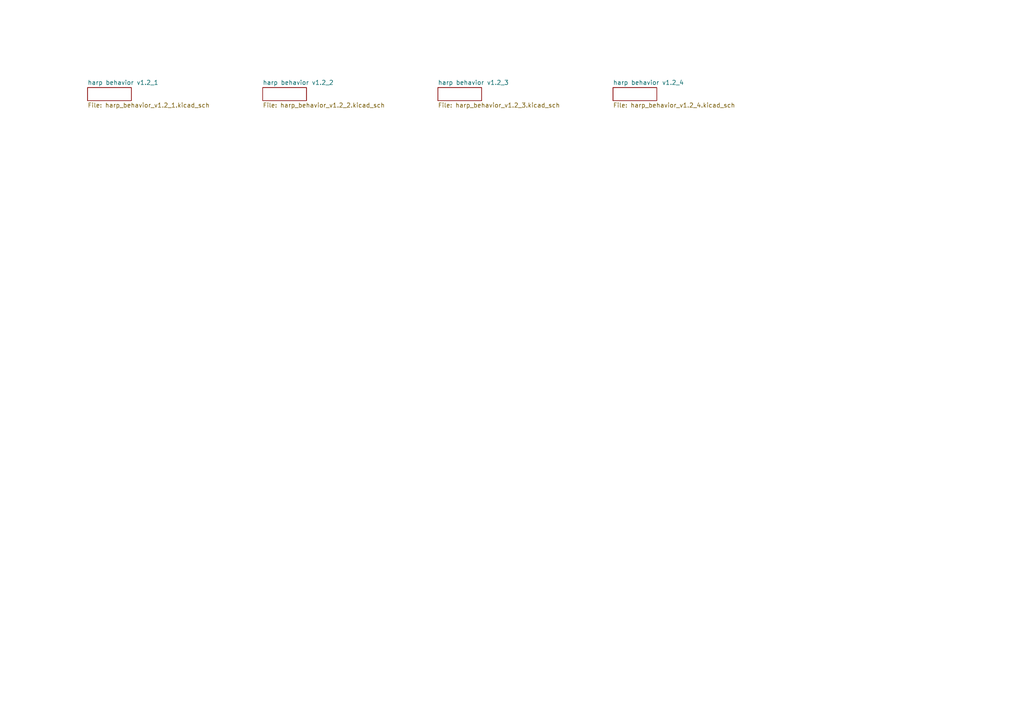
<source format=kicad_sch>
(kicad_sch (version 20211123) (generator eeschema)
  (paper "A4")
  (lib_symbols)
  (sheet (at 127 25.4) (size 12.7 3.81)
    (property "Sheet name" "harp behavior v1.2_3" (at 127 24.6884 0) (effects (justify left bottom)))
    (property "Sheet file" "harp_behavior_v1.2_3.kicad_sch" (at 127 29.7946 0) (effects (justify left top)))
  )
  (sheet (at 25.4 25.4) (size 12.7 3.81)
    (property "Sheet name" "harp behavior v1.2_1" (at 25.4 24.6884 0) (effects (justify left bottom)))
    (property "Sheet file" "harp_behavior_v1.2_1.kicad_sch" (at 25.4 29.7946 0) (effects (justify left top)))
  )
  (sheet (at 76.2 25.4) (size 12.7 3.81)
    (property "Sheet name" "harp behavior v1.2_2" (at 76.2 24.6884 0) (effects (justify left bottom)))
    (property "Sheet file" "harp_behavior_v1.2_2.kicad_sch" (at 76.2 29.7946 0) (effects (justify left top)))
  )
  (sheet (at 177.8 25.4) (size 12.7 3.81)
    (property "Sheet name" "harp behavior v1.2_4" (at 177.8 24.6884 0) (effects (justify left bottom)))
    (property "Sheet file" "harp_behavior_v1.2_4.kicad_sch" (at 177.8 29.7946 0) (effects (justify left top)))
  )
)
</source>
